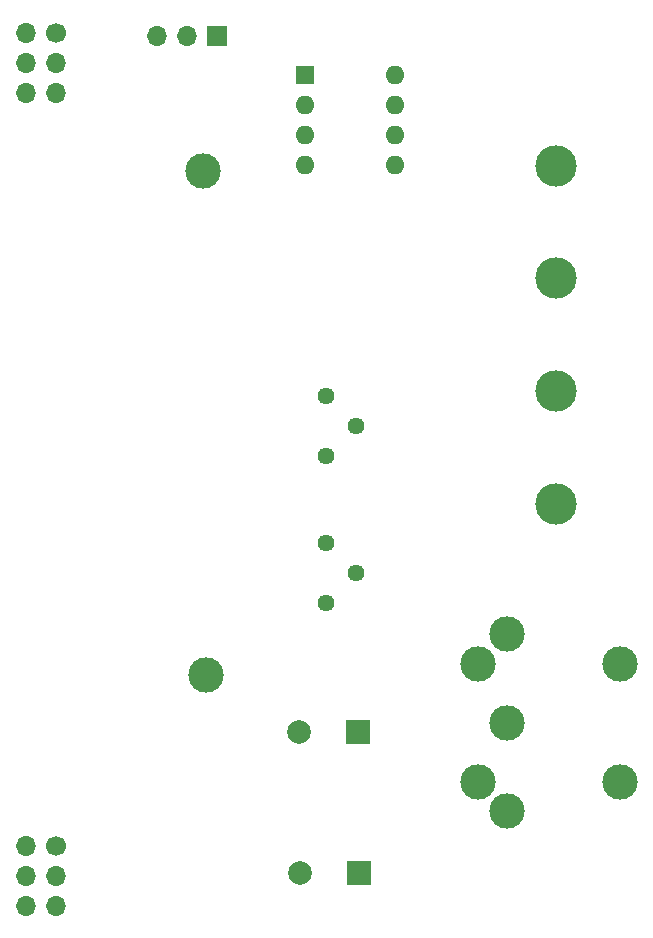
<source format=gts>
G04 #@! TF.GenerationSoftware,KiCad,Pcbnew,8.0.4*
G04 #@! TF.CreationDate,2024-09-09T14:04:52-07:00*
G04 #@! TF.ProjectId,Bottom_Board,426f7474-6f6d-45f4-926f-6172642e6b69,0*
G04 #@! TF.SameCoordinates,Original*
G04 #@! TF.FileFunction,Soldermask,Top*
G04 #@! TF.FilePolarity,Negative*
%FSLAX46Y46*%
G04 Gerber Fmt 4.6, Leading zero omitted, Abs format (unit mm)*
G04 Created by KiCad (PCBNEW 8.0.4) date 2024-09-09 14:04:52*
%MOMM*%
%LPD*%
G01*
G04 APERTURE LIST*
%ADD10R,1.600000X1.600000*%
%ADD11O,1.600000X1.600000*%
%ADD12R,2.000000X2.000000*%
%ADD13C,2.000000*%
%ADD14C,3.000000*%
%ADD15C,1.700000*%
%ADD16O,1.700000X1.700000*%
%ADD17C,1.440000*%
%ADD18R,1.700000X1.700000*%
%ADD19C,3.500000*%
G04 APERTURE END LIST*
D10*
X144780000Y-71882000D03*
D11*
X144780000Y-74422000D03*
X144780000Y-76962000D03*
X144780000Y-79502000D03*
X152400000Y-79502000D03*
X152400000Y-76962000D03*
X152400000Y-74422000D03*
X152400000Y-71882000D03*
D12*
X149270323Y-127508000D03*
D13*
X144270323Y-127508000D03*
D14*
X161950000Y-119246000D03*
X161950000Y-126746000D03*
X161950000Y-134246000D03*
X159450000Y-121746000D03*
X159450000Y-131746000D03*
X171450000Y-121746000D03*
X171450000Y-131746000D03*
D12*
X149352000Y-139446000D03*
D13*
X144352000Y-139446000D03*
D15*
X123698000Y-68326000D03*
D16*
X121158000Y-68326000D03*
X123698000Y-70866000D03*
X121158000Y-70866000D03*
X123698000Y-73406000D03*
X121158000Y-73406000D03*
D14*
X136398000Y-122682000D03*
D15*
X123698000Y-137160000D03*
D16*
X121158000Y-137160000D03*
X123698000Y-139700000D03*
X121158000Y-139700000D03*
X123698000Y-142240000D03*
X121158000Y-142240000D03*
D17*
X146573000Y-116586000D03*
X149113000Y-114046000D03*
X146573000Y-111506000D03*
D18*
X137399000Y-68580000D03*
D16*
X134859000Y-68580000D03*
X132319000Y-68580000D03*
D14*
X136144000Y-80010000D03*
D19*
X166082500Y-108195000D03*
X166082500Y-98665000D03*
X166082500Y-89135000D03*
X166082500Y-79605000D03*
D17*
X146558000Y-104140000D03*
X149098000Y-101600000D03*
X146558000Y-99060000D03*
M02*

</source>
